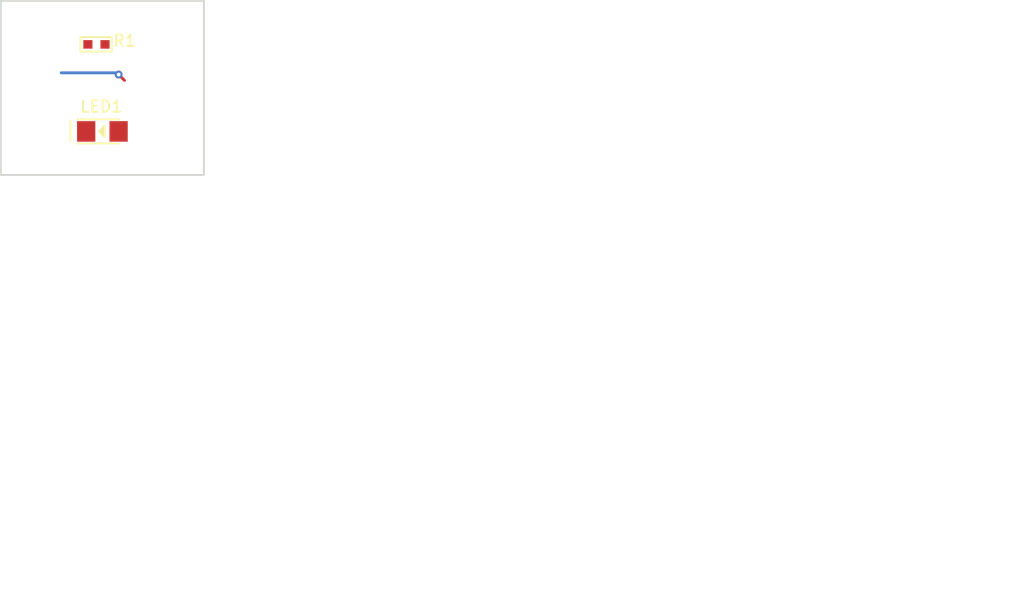
<source format=kicad_pcb>
(kicad_pcb (version 4) (host pcbnew 4.0.7-e2-6376~58~ubuntu16.04.1)

  (general
    (links 1)
    (no_connects 0)
    (area 88.823799 71.043799 106.756201 86.436201)
    (thickness 1.6)
    (drawings 21)
    (tracks 4)
    (zones 0)
    (modules 2)
    (nets 2)
  )

  (page USLetter)
  (title_block
    (title "Test Board")
    (date "15 May 2018")
    (rev v1.2)
    (company "CERN Open Hardware License v1.2")
    (comment 1 jenner@wickerbox.net)
    (comment 2 http://wickerbox.net)
    (comment 3 "Wickerbox Electronics")
  )

  (layers
    (0 F.Cu signal)
    (31 B.Cu signal)
    (34 B.Paste user)
    (35 F.Paste user)
    (36 B.SilkS user)
    (37 F.SilkS user)
    (38 B.Mask user)
    (39 F.Mask user)
    (44 Edge.Cuts user)
    (46 B.CrtYd user)
    (47 F.CrtYd user)
    (48 B.Fab user)
    (49 F.Fab user)
  )

  (setup
    (last_trace_width 0.254)
    (user_trace_width 0.1524)
    (user_trace_width 0.254)
    (user_trace_width 0.3302)
    (user_trace_width 0.508)
    (user_trace_width 0.762)
    (user_trace_width 1.27)
    (trace_clearance 0.254)
    (zone_clearance 0.508)
    (zone_45_only no)
    (trace_min 0.1524)
    (segment_width 0.1524)
    (edge_width 0.1524)
    (via_size 0.6858)
    (via_drill 0.3302)
    (via_min_size 0.6858)
    (via_min_drill 0.3302)
    (user_via 0.6858 0.3302)
    (user_via 0.762 0.4064)
    (user_via 0.8636 0.508)
    (uvia_size 0.6858)
    (uvia_drill 0.3302)
    (uvias_allowed no)
    (uvia_min_size 0)
    (uvia_min_drill 0)
    (pcb_text_width 0.1524)
    (pcb_text_size 1.016 1.016)
    (mod_edge_width 0.1524)
    (mod_text_size 1.016 1.016)
    (mod_text_width 0.1524)
    (pad_size 1.524 1.524)
    (pad_drill 0.762)
    (pad_to_mask_clearance 0.0762)
    (solder_mask_min_width 0.1016)
    (pad_to_paste_clearance -0.0762)
    (aux_axis_origin 0 0)
    (visible_elements FFFEDF7D)
    (pcbplotparams
      (layerselection 0x310fc_80000001)
      (usegerberextensions true)
      (excludeedgelayer true)
      (linewidth 0.100000)
      (plotframeref false)
      (viasonmask false)
      (mode 1)
      (useauxorigin false)
      (hpglpennumber 1)
      (hpglpenspeed 20)
      (hpglpendiameter 15)
      (hpglpenoverlay 2)
      (psnegative false)
      (psa4output false)
      (plotreference true)
      (plotvalue true)
      (plotinvisibletext false)
      (padsonsilk false)
      (subtractmaskfromsilk false)
      (outputformat 1)
      (mirror false)
      (drillshape 0)
      (scaleselection 1)
      (outputdirectory gerbers))
  )

  (net 0 "")
  (net 1 "Net-(LED1-Pad2)")

  (net_class Default "This is the default net class."
    (clearance 0.254)
    (trace_width 0.254)
    (via_dia 0.6858)
    (via_drill 0.3302)
    (uvia_dia 0.6858)
    (uvia_drill 0.3302)
    (add_net "Net-(LED1-Pad2)")
  )

  (module Wickerlib:LED-1206-SMD (layer F.Cu) (tedit 5994758C) (tstamp 5AFB8A4B)
    (at 97.79 82.55)
    (descr "LED 1206 smd package")
    (tags "LED1206 SMD")
    (path /5AFB8232)
    (attr smd)
    (fp_text reference LED1 (at 0 0) (layer F.Fab)
      (effects (font (size 1 1) (thickness 0.15)))
    )
    (fp_text value BLUE (at 0 2) (layer F.Fab) hide
      (effects (font (size 1 1) (thickness 0.15)))
    )
    (fp_text user %R (at -0.1 -2.175) (layer F.SilkS)
      (effects (font (size 1 1) (thickness 0.15)))
    )
    (fp_line (start -2.8 -0.925) (end -2.8 0.8) (layer F.SilkS) (width 0.1524))
    (fp_line (start 2.5 1.2) (end 2.5 -1.2) (layer F.Fab) (width 0.0508))
    (fp_line (start -2.8 1.2) (end 2.5 1.2) (layer F.Fab) (width 0.0508))
    (fp_line (start -2.8 -1.2) (end -2.8 1.2) (layer F.Fab) (width 0.0508))
    (fp_line (start 2.5 -1.2) (end -2.8 -1.2) (layer F.Fab) (width 0.0508))
    (fp_line (start -2.15 1.05) (end 1.45 1.05) (layer F.SilkS) (width 0.15))
    (fp_line (start -2.15 -1.05) (end 1.45 -1.05) (layer F.SilkS) (width 0.15))
    (fp_line (start 0.1 -0.3) (end 0.1 0.3) (layer F.SilkS) (width 0.15))
    (fp_line (start 0.1 0.3) (end -0.2 0) (layer F.SilkS) (width 0.15))
    (fp_line (start -0.2 0) (end 0 -0.2) (layer F.SilkS) (width 0.15))
    (fp_line (start 0 -0.2) (end 0 0.05) (layer F.SilkS) (width 0.15))
    (fp_line (start 0 0.05) (end -0.05 0) (layer F.SilkS) (width 0.15))
    (fp_line (start -0.3 0) (end 0.2 -0.5) (layer F.SilkS) (width 0.15))
    (fp_line (start 0.2 -0.5) (end 0.2 0.5) (layer F.SilkS) (width 0.15))
    (fp_line (start 0.2 0.5) (end -0.3 0) (layer F.SilkS) (width 0.15))
    (fp_line (start -2.5 -1.2) (end -2.5 1.2) (layer F.Fab) (width 0.0508))
    (pad 2 smd rect (at 1.41986 0 180) (size 1.59766 1.80086) (layers F.Cu F.Paste F.Mask)
      (net 1 "Net-(LED1-Pad2)"))
    (pad 1 smd rect (at -1.41986 0 180) (size 1.59766 1.80086) (layers F.Cu F.Paste F.Mask))
  )

  (module Wickerlib:RLC-0603-SMD (layer F.Cu) (tedit 579029AB) (tstamp 5AFB8A5A)
    (at 97.27 74.93)
    (descr "Capacitor SMD RLC-0603-SMD, reflow soldering, AVX (see smccp.pdf)")
    (tags "capacitor RLC-0603-SMD")
    (path /5AFB81E4)
    (attr smd)
    (fp_text reference R1 (at 0.09 0.04) (layer F.Fab)
      (effects (font (size 0.8 0.8) (thickness 0.15)))
    )
    (fp_text value 470 (at 0 1.9) (layer F.Fab) hide
      (effects (font (size 1 1) (thickness 0.15)))
    )
    (fp_line (start -1.397 -0.635) (end -1.397 0.635) (layer F.SilkS) (width 0.1524))
    (fp_line (start 1.3335 -0.635) (end 1.3335 0.635) (layer F.SilkS) (width 0.1524))
    (fp_text user %R (at 2.4645 -0.3175) (layer F.SilkS)
      (effects (font (size 1 1) (thickness 0.15)))
    )
    (fp_line (start -1.45 -0.75) (end 1.45 -0.75) (layer F.Fab) (width 0.05))
    (fp_line (start -1.397 -0.635) (end 1.3335 -0.635) (layer F.SilkS) (width 0.15))
    (fp_line (start 1.3335 0.635) (end -1.397 0.635) (layer F.SilkS) (width 0.15))
    (fp_line (start -1.45 -0.75) (end -1.45 0.75) (layer F.Fab) (width 0.05))
    (fp_line (start 1.45 -0.75) (end 1.45 0.75) (layer F.Fab) (width 0.05))
    (fp_line (start -1.45 0.75) (end 1.45 0.75) (layer F.Fab) (width 0.05))
    (pad 1 smd rect (at -0.75 0) (size 0.8 0.75) (layers F.Cu F.Paste F.Mask))
    (pad 2 smd rect (at 0.75 0) (size 0.8 0.75) (layers F.Cu F.Paste F.Mask)
      (net 1 "Net-(LED1-Pad2)"))
  )

  (gr_line (start 106.68 86.36) (end 106.68 71.12) (layer Edge.Cuts) (width 0.1524))
  (gr_line (start 88.9 86.36) (end 106.68 86.36) (layer Edge.Cuts) (width 0.1524))
  (gr_line (start 88.9 71.12) (end 88.9 86.36) (layer Edge.Cuts) (width 0.1524))
  (gr_line (start 106.68 71.12) (end 88.9 71.12) (layer Edge.Cuts) (width 0.1524))
  (gr_circle (center 117.348 76.962) (end 118.618 76.962) (layer Dwgs.User) (width 0.15))
  (gr_line (start 114.427 78.994) (end 114.427 74.93) (angle 90) (layer Dwgs.User) (width 0.15))
  (gr_line (start 120.269 78.994) (end 114.427 78.994) (angle 90) (layer Dwgs.User) (width 0.15))
  (gr_line (start 120.269 74.93) (end 120.269 78.994) (angle 90) (layer Dwgs.User) (width 0.15))
  (gr_line (start 114.427 74.93) (end 120.269 74.93) (angle 90) (layer Dwgs.User) (width 0.15))
  (gr_line (start 120.523 93.98) (end 104.648 93.98) (angle 90) (layer Dwgs.User) (width 0.15))
  (gr_line (start 173.355 102.235) (end 173.355 94.615) (angle 90) (layer Dwgs.User) (width 0.15))
  (gr_line (start 178.435 102.235) (end 173.355 102.235) (angle 90) (layer Dwgs.User) (width 0.15))
  (gr_line (start 178.435 94.615) (end 178.435 102.235) (angle 90) (layer Dwgs.User) (width 0.15))
  (gr_line (start 173.355 94.615) (end 178.435 94.615) (angle 90) (layer Dwgs.User) (width 0.15))
  (gr_line (start 109.093 123.19) (end 109.093 114.3) (angle 90) (layer Dwgs.User) (width 0.15))
  (gr_line (start 122.428 123.19) (end 109.093 123.19) (angle 90) (layer Dwgs.User) (width 0.15))
  (gr_line (start 122.428 114.3) (end 122.428 123.19) (angle 90) (layer Dwgs.User) (width 0.15))
  (gr_line (start 109.093 114.3) (end 122.428 114.3) (angle 90) (layer Dwgs.User) (width 0.15))
  (gr_line (start 104.648 93.98) (end 104.648 82.55) (angle 90) (layer Dwgs.User) (width 0.15))
  (gr_line (start 120.523 82.55) (end 120.523 93.98) (angle 90) (layer Dwgs.User) (width 0.15))
  (gr_line (start 104.648 82.55) (end 120.523 82.55) (angle 90) (layer Dwgs.User) (width 0.15))

  (segment (start 99.2124 77.5716) (end 99.7204 78.0796) (width 0.254) (layer F.Cu) (net 0))
  (segment (start 94.1832 77.4192) (end 99.06 77.4192) (width 0.254) (layer B.Cu) (net 0))
  (segment (start 99.06 77.4192) (end 99.2124 77.5716) (width 0.254) (layer B.Cu) (net 0))
  (via (at 99.2124 77.5716) (size 0.6858) (drill 0.3302) (layers F.Cu B.Cu) (net 0))

)

</source>
